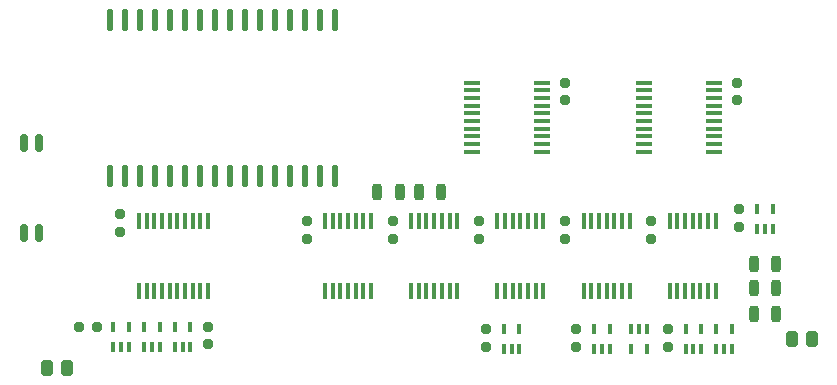
<source format=gtp>
G04 #@! TF.GenerationSoftware,KiCad,Pcbnew,7.0.1-0*
G04 #@! TF.CreationDate,2023-11-27T06:39:26-05:00*
G04 #@! TF.ProjectId,RAM128,52414d31-3238-42e6-9b69-6361645f7063,1.1*
G04 #@! TF.SameCoordinates,Original*
G04 #@! TF.FileFunction,Paste,Top*
G04 #@! TF.FilePolarity,Positive*
%FSLAX46Y46*%
G04 Gerber Fmt 4.6, Leading zero omitted, Abs format (unit mm)*
G04 Created by KiCad (PCBNEW 7.0.1-0) date 2023-11-27 06:39:26*
%MOMM*%
%LPD*%
G01*
G04 APERTURE LIST*
G04 Aperture macros list*
%AMRoundRect*
0 Rectangle with rounded corners*
0 $1 Rounding radius*
0 $2 $3 $4 $5 $6 $7 $8 $9 X,Y pos of 4 corners*
0 Add a 4 corners polygon primitive as box body*
4,1,4,$2,$3,$4,$5,$6,$7,$8,$9,$2,$3,0*
0 Add four circle primitives for the rounded corners*
1,1,$1+$1,$2,$3*
1,1,$1+$1,$4,$5*
1,1,$1+$1,$6,$7*
1,1,$1+$1,$8,$9*
0 Add four rect primitives between the rounded corners*
20,1,$1+$1,$2,$3,$4,$5,0*
20,1,$1+$1,$4,$5,$6,$7,0*
20,1,$1+$1,$6,$7,$8,$9,0*
20,1,$1+$1,$8,$9,$2,$3,0*%
G04 Aperture macros list end*
%ADD10RoundRect,0.237500X0.262500X0.437500X-0.262500X0.437500X-0.262500X-0.437500X0.262500X-0.437500X0*%
%ADD11RoundRect,0.172500X-0.262500X0.212500X-0.262500X-0.212500X0.262500X-0.212500X0.262500X0.212500X0*%
%ADD12RoundRect,0.187500X0.212500X0.487500X-0.212500X0.487500X-0.212500X-0.487500X0.212500X-0.487500X0*%
%ADD13RoundRect,0.060000X-0.100000X0.400000X-0.100000X-0.400000X0.100000X-0.400000X0.100000X0.400000X0*%
%ADD14RoundRect,0.072500X-0.612500X-0.112500X0.612500X-0.112500X0.612500X0.112500X-0.612500X0.112500X0*%
%ADD15RoundRect,0.060000X0.100000X-0.400000X0.100000X0.400000X-0.100000X0.400000X-0.100000X-0.400000X0*%
%ADD16RoundRect,0.172500X0.212500X0.262500X-0.212500X0.262500X-0.212500X-0.262500X0.212500X-0.262500X0*%
%ADD17RoundRect,0.072500X0.112500X-0.612500X0.112500X0.612500X-0.112500X0.612500X-0.112500X-0.612500X0*%
%ADD18RoundRect,0.125000X-0.150000X0.802500X-0.150000X-0.802500X0.150000X-0.802500X0.150000X0.802500X0*%
%ADD19RoundRect,0.187500X-0.212500X-0.487500X0.212500X-0.487500X0.212500X0.487500X-0.212500X0.487500X0*%
%ADD20RoundRect,0.165000X0.190000X-0.572000X0.190000X0.572000X-0.190000X0.572000X-0.190000X-0.572000X0*%
G04 APERTURE END LIST*
D10*
X137160000Y-127889000D03*
X135460000Y-127889000D03*
D11*
X109600000Y-127000000D03*
X109600000Y-128500000D03*
D12*
X134150000Y-123500000D03*
X132250000Y-123500000D03*
D13*
X123200000Y-127000000D03*
X122550000Y-127000000D03*
X121900000Y-127000000D03*
X121900000Y-128700000D03*
X123200000Y-128700000D03*
D14*
X123000000Y-106150000D03*
X123000000Y-106800000D03*
X123000000Y-107450000D03*
X123000000Y-108100000D03*
X123000000Y-108750000D03*
X123000000Y-109400000D03*
X123000000Y-110050000D03*
X123000000Y-110700000D03*
X123000000Y-111350000D03*
X123000000Y-112000000D03*
X128900000Y-112000000D03*
X128900000Y-111350000D03*
X128900000Y-110700000D03*
X128900000Y-110050000D03*
X128900000Y-109400000D03*
X128900000Y-108750000D03*
X128900000Y-108100000D03*
X128900000Y-107450000D03*
X128900000Y-106800000D03*
X128900000Y-106150000D03*
D15*
X126500000Y-128700000D03*
X127150000Y-128700000D03*
X127800000Y-128700000D03*
X127800000Y-127000000D03*
X126500000Y-127000000D03*
X78050000Y-128500000D03*
X78700000Y-128500000D03*
X79350000Y-128500000D03*
X79350000Y-126800000D03*
X78050000Y-126800000D03*
D11*
X117250000Y-127000000D03*
X117250000Y-128500000D03*
D15*
X111100000Y-128700000D03*
X111750000Y-128700000D03*
X112400000Y-128700000D03*
X112400000Y-127000000D03*
X111100000Y-127000000D03*
X118750000Y-128700000D03*
X119400000Y-128700000D03*
X120050000Y-128700000D03*
X120050000Y-127000000D03*
X118750000Y-127000000D03*
D16*
X76650000Y-126800000D03*
X75150000Y-126800000D03*
D15*
X129100000Y-128700000D03*
X129750000Y-128700000D03*
X130400000Y-128700000D03*
X130400000Y-127000000D03*
X129100000Y-127000000D03*
D17*
X95950000Y-123800000D03*
X96600000Y-123800000D03*
X97250000Y-123800000D03*
X97900000Y-123800000D03*
X98550000Y-123800000D03*
X99200000Y-123800000D03*
X99850000Y-123800000D03*
X99850000Y-117900000D03*
X99200000Y-117900000D03*
X98550000Y-117900000D03*
X97900000Y-117900000D03*
X97250000Y-117900000D03*
X96600000Y-117900000D03*
X95950000Y-117900000D03*
X125150000Y-123800000D03*
X125800000Y-123800000D03*
X126450000Y-123800000D03*
X127100000Y-123800000D03*
X127750000Y-123800000D03*
X128400000Y-123800000D03*
X129050000Y-123800000D03*
X129050000Y-117900000D03*
X128400000Y-117900000D03*
X127750000Y-117900000D03*
X127100000Y-117900000D03*
X126450000Y-117900000D03*
X125800000Y-117900000D03*
X125150000Y-117900000D03*
D11*
X116300000Y-117900000D03*
X116300000Y-119400000D03*
D17*
X117850000Y-123800000D03*
X118500000Y-123800000D03*
X119150000Y-123800000D03*
X119800000Y-123800000D03*
X120450000Y-123800000D03*
X121100000Y-123800000D03*
X121750000Y-123800000D03*
X121750000Y-117900000D03*
X121100000Y-117900000D03*
X120450000Y-117900000D03*
X119800000Y-117900000D03*
X119150000Y-117900000D03*
X118500000Y-117900000D03*
X117850000Y-117900000D03*
D11*
X94400000Y-117900000D03*
X94400000Y-119400000D03*
D17*
X110550000Y-123800000D03*
X111200000Y-123800000D03*
X111850000Y-123800000D03*
X112500000Y-123800000D03*
X113150000Y-123800000D03*
X113800000Y-123800000D03*
X114450000Y-123800000D03*
X114450000Y-117900000D03*
X113800000Y-117900000D03*
X113150000Y-117900000D03*
X112500000Y-117900000D03*
X111850000Y-117900000D03*
X111200000Y-117900000D03*
X110550000Y-117900000D03*
D11*
X101700000Y-117900000D03*
X101700000Y-119400000D03*
D17*
X103250000Y-123800000D03*
X103900000Y-123800000D03*
X104550000Y-123800000D03*
X105200000Y-123800000D03*
X105850000Y-123800000D03*
X106500000Y-123800000D03*
X107150000Y-123800000D03*
X107150000Y-117900000D03*
X106500000Y-117900000D03*
X105850000Y-117900000D03*
X105200000Y-117900000D03*
X104550000Y-117900000D03*
X103900000Y-117900000D03*
X103250000Y-117900000D03*
D11*
X123600000Y-117900000D03*
X123600000Y-119400000D03*
X109000000Y-117900000D03*
X109000000Y-119400000D03*
X125000000Y-127000000D03*
X125000000Y-128500000D03*
D18*
X96774000Y-100838000D03*
X95504000Y-100838000D03*
X94234000Y-100838000D03*
X92964000Y-100838000D03*
X91694000Y-100838000D03*
X90424000Y-100838000D03*
X89154000Y-100838000D03*
X87884000Y-100838000D03*
X86614000Y-100838000D03*
X85344000Y-100838000D03*
X84074000Y-100838000D03*
X82804000Y-100838000D03*
X81534000Y-100838000D03*
X80264000Y-100838000D03*
X78994000Y-100838000D03*
X77724000Y-100838000D03*
X77724000Y-114046000D03*
X78994000Y-114046000D03*
X80264000Y-114046000D03*
X81534000Y-114046000D03*
X82804000Y-114046000D03*
X84074000Y-114046000D03*
X85344000Y-114046000D03*
X86614000Y-114046000D03*
X87884000Y-114046000D03*
X89154000Y-114046000D03*
X90424000Y-114046000D03*
X91694000Y-114046000D03*
X92964000Y-114046000D03*
X94234000Y-114046000D03*
X95504000Y-114046000D03*
X96774000Y-114046000D03*
D19*
X100400000Y-115450000D03*
X102300000Y-115450000D03*
D14*
X108400000Y-106150000D03*
X108400000Y-106800000D03*
X108400000Y-107450000D03*
X108400000Y-108100000D03*
X108400000Y-108750000D03*
X108400000Y-109400000D03*
X108400000Y-110050000D03*
X108400000Y-110700000D03*
X108400000Y-111350000D03*
X108400000Y-112000000D03*
X114300000Y-112000000D03*
X114300000Y-111350000D03*
X114300000Y-110700000D03*
X114300000Y-110050000D03*
X114300000Y-109400000D03*
X114300000Y-108750000D03*
X114300000Y-108100000D03*
X114300000Y-107450000D03*
X114300000Y-106800000D03*
X114300000Y-106150000D03*
D11*
X116250000Y-106150000D03*
X116250000Y-107650000D03*
X130850000Y-106150000D03*
X130850000Y-107650000D03*
D17*
X80200000Y-123800000D03*
X80850000Y-123800000D03*
X81500000Y-123800000D03*
X82150000Y-123800000D03*
X82800000Y-123800000D03*
X83450000Y-123800000D03*
X84100000Y-123800000D03*
X84750000Y-123800000D03*
X85400000Y-123800000D03*
X86050000Y-123800000D03*
X86050000Y-117900000D03*
X85400000Y-117900000D03*
X84750000Y-117900000D03*
X84100000Y-117900000D03*
X83450000Y-117900000D03*
X82800000Y-117900000D03*
X82150000Y-117900000D03*
X81500000Y-117900000D03*
X80850000Y-117900000D03*
X80200000Y-117900000D03*
D10*
X74150000Y-130300000D03*
X72450000Y-130300000D03*
D15*
X80650000Y-128500000D03*
X81300000Y-128500000D03*
X81950000Y-128500000D03*
X81950000Y-126800000D03*
X80650000Y-126800000D03*
X83250000Y-128500000D03*
X83900000Y-128500000D03*
X84550000Y-128500000D03*
X84550000Y-126800000D03*
X83250000Y-126800000D03*
D11*
X86050000Y-126800000D03*
X86050000Y-128300000D03*
X78600000Y-117300000D03*
X78600000Y-118800000D03*
D15*
X132550000Y-118550000D03*
X133200000Y-118550000D03*
X133850000Y-118550000D03*
X133850000Y-116850000D03*
X132550000Y-116850000D03*
D11*
X131050000Y-116850000D03*
X131050000Y-118350000D03*
D12*
X134150000Y-125700000D03*
X132250000Y-125700000D03*
X105800000Y-115450000D03*
X103900000Y-115450000D03*
D19*
X132250000Y-121500000D03*
X134150000Y-121500000D03*
D20*
X70485000Y-118872000D03*
X71755000Y-118872000D03*
X71755000Y-111252000D03*
X70485000Y-111252000D03*
M02*

</source>
